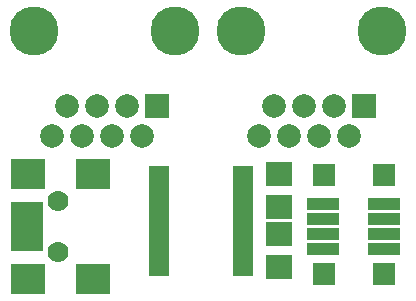
<source format=gts>
G04 (created by PCBNEW-RS274X (2011-07-08)-stable) date Wed 10 Aug 2011 06:35:13 PM EDT*
G01*
G70*
G90*
%MOIN*%
G04 Gerber Fmt 3.4, Leading zero omitted, Abs format*
%FSLAX34Y34*%
G04 APERTURE LIST*
%ADD10C,0.006000*%
%ADD11R,0.090900X0.082900*%
%ADD12C,0.163700*%
%ADD13R,0.079100X0.079100*%
%ADD14C,0.079100*%
%ADD15R,0.075000X0.075000*%
%ADD16R,0.106600X0.043600*%
%ADD17R,0.070000X0.036000*%
%ADD18R,0.111000X0.039000*%
%ADD19R,0.118000X0.099000*%
%ADD20C,0.070000*%
G04 APERTURE END LIST*
G54D10*
G54D11*
X58200Y-41641D03*
X58200Y-42759D03*
G54D12*
X56962Y-36900D03*
X61635Y-36900D03*
G54D13*
X61050Y-39400D03*
G54D14*
X60550Y-40400D03*
X60050Y-39400D03*
X59550Y-40400D03*
X59050Y-39400D03*
X58550Y-40400D03*
X58050Y-39400D03*
X57550Y-40400D03*
G54D12*
X50062Y-36900D03*
X54735Y-36900D03*
G54D13*
X54150Y-39400D03*
G54D14*
X53650Y-40400D03*
X53150Y-39400D03*
X52650Y-40400D03*
X52150Y-39400D03*
X51650Y-40400D03*
X51150Y-39400D03*
X50650Y-40400D03*
G54D15*
X61700Y-41700D03*
X61700Y-45000D03*
G54D16*
X59676Y-42650D03*
X59676Y-43150D03*
X59676Y-43650D03*
X59676Y-44150D03*
X61723Y-44150D03*
X61723Y-43650D03*
X61723Y-43150D03*
X61723Y-42650D03*
G54D17*
X54200Y-41550D03*
X54200Y-41800D03*
X54200Y-42060D03*
X54200Y-42320D03*
X54200Y-42570D03*
X54200Y-42830D03*
X54200Y-43090D03*
X54200Y-43340D03*
X54200Y-43600D03*
X54200Y-43850D03*
X54200Y-44110D03*
X54200Y-44370D03*
X54200Y-44620D03*
X54200Y-44880D03*
X57000Y-44880D03*
X57000Y-44620D03*
X57000Y-44380D03*
X57000Y-44110D03*
X57000Y-43850D03*
X57000Y-43600D03*
X57000Y-43340D03*
X57000Y-43090D03*
X57000Y-42830D03*
X57000Y-42570D03*
X57000Y-42320D03*
X57000Y-42060D03*
X57000Y-41800D03*
X57000Y-41550D03*
G54D18*
X49815Y-43090D03*
X49815Y-42780D03*
X49815Y-43400D03*
X49815Y-43710D03*
G54D19*
X52020Y-45150D03*
X49850Y-45150D03*
X49850Y-41650D03*
X52020Y-41650D03*
G54D18*
X49815Y-44020D03*
G54D20*
X50830Y-44265D03*
X50830Y-42535D03*
G54D11*
X58200Y-44759D03*
X58200Y-43641D03*
G54D15*
X59700Y-41700D03*
X59700Y-45000D03*
M02*

</source>
